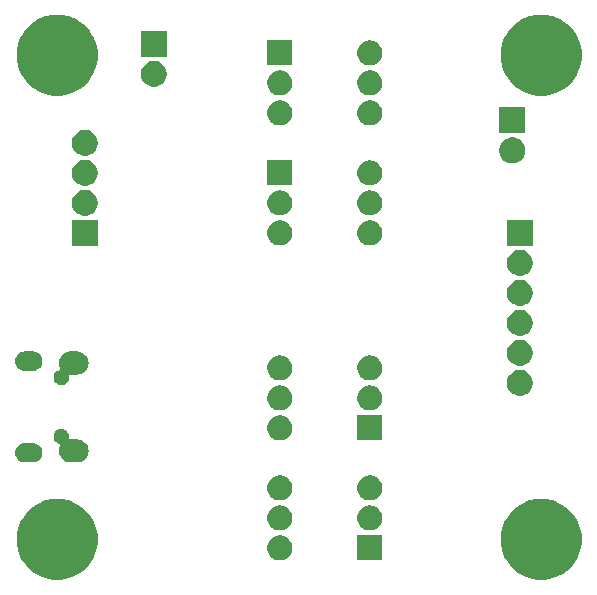
<source format=gbr>
G04 #@! TF.GenerationSoftware,KiCad,Pcbnew,(5.1.5)-3*
G04 #@! TF.CreationDate,2020-05-30T09:53:05-04:00*
G04 #@! TF.ProjectId,OptoUSB,4f70746f-5553-4422-9e6b-696361645f70,rev?*
G04 #@! TF.SameCoordinates,Original*
G04 #@! TF.FileFunction,Soldermask,Bot*
G04 #@! TF.FilePolarity,Negative*
%FSLAX46Y46*%
G04 Gerber Fmt 4.6, Leading zero omitted, Abs format (unit mm)*
G04 Created by KiCad (PCBNEW (5.1.5)-3) date 2020-05-30 09:53:05*
%MOMM*%
%LPD*%
G04 APERTURE LIST*
%ADD10C,0.150000*%
G04 APERTURE END LIST*
D10*
G36*
X46000201Y-41702774D02*
G01*
X46624239Y-41961259D01*
X46624240Y-41961260D01*
X47185860Y-42336522D01*
X47663478Y-42814140D01*
X47838573Y-43076189D01*
X48038741Y-43375761D01*
X48297226Y-43999799D01*
X48429000Y-44662272D01*
X48429000Y-45337728D01*
X48297226Y-46000201D01*
X48038741Y-46624239D01*
X48018826Y-46654044D01*
X47663478Y-47185860D01*
X47185860Y-47663478D01*
X46810597Y-47914220D01*
X46624239Y-48038741D01*
X46000201Y-48297226D01*
X45337728Y-48429000D01*
X44662272Y-48429000D01*
X43999799Y-48297226D01*
X43375761Y-48038741D01*
X43189403Y-47914220D01*
X42814140Y-47663478D01*
X42336522Y-47185860D01*
X41981174Y-46654044D01*
X41961259Y-46624239D01*
X41702774Y-46000201D01*
X41571000Y-45337728D01*
X41571000Y-44662272D01*
X41702774Y-43999799D01*
X41961259Y-43375761D01*
X42161427Y-43076189D01*
X42336522Y-42814140D01*
X42814140Y-42336522D01*
X43375760Y-41961260D01*
X43375761Y-41961259D01*
X43999799Y-41702774D01*
X44662272Y-41571000D01*
X45337728Y-41571000D01*
X46000201Y-41702774D01*
G37*
G36*
X5000201Y-41702774D02*
G01*
X5624239Y-41961259D01*
X5624240Y-41961260D01*
X6185860Y-42336522D01*
X6663478Y-42814140D01*
X6838573Y-43076189D01*
X7038741Y-43375761D01*
X7297226Y-43999799D01*
X7429000Y-44662272D01*
X7429000Y-45337728D01*
X7297226Y-46000201D01*
X7038741Y-46624239D01*
X7018826Y-46654044D01*
X6663478Y-47185860D01*
X6185860Y-47663478D01*
X5810597Y-47914220D01*
X5624239Y-48038741D01*
X5000201Y-48297226D01*
X4337728Y-48429000D01*
X3662272Y-48429000D01*
X2999799Y-48297226D01*
X2375761Y-48038741D01*
X2189403Y-47914220D01*
X1814140Y-47663478D01*
X1336522Y-47185860D01*
X981174Y-46654044D01*
X961259Y-46624239D01*
X702774Y-46000201D01*
X571000Y-45337728D01*
X571000Y-44662272D01*
X702774Y-43999799D01*
X961259Y-43375761D01*
X1161427Y-43076189D01*
X1336522Y-42814140D01*
X1814140Y-42336522D01*
X2375760Y-41961260D01*
X2375761Y-41961259D01*
X2999799Y-41702774D01*
X3662272Y-41571000D01*
X4337728Y-41571000D01*
X5000201Y-41702774D01*
G37*
G36*
X31534000Y-46774000D02*
G01*
X29426000Y-46774000D01*
X29426000Y-44666000D01*
X31534000Y-44666000D01*
X31534000Y-46774000D01*
G37*
G36*
X23167441Y-44706504D02*
G01*
X23246893Y-44739414D01*
X23359255Y-44785956D01*
X23531885Y-44901304D01*
X23678696Y-45048115D01*
X23794044Y-45220745D01*
X23873496Y-45412560D01*
X23914000Y-45616189D01*
X23914000Y-45823811D01*
X23873496Y-46027440D01*
X23794044Y-46219255D01*
X23678696Y-46391885D01*
X23531885Y-46538696D01*
X23359255Y-46654044D01*
X23246893Y-46700586D01*
X23167441Y-46733496D01*
X23065625Y-46753748D01*
X22963811Y-46774000D01*
X22756189Y-46774000D01*
X22654375Y-46753748D01*
X22552559Y-46733496D01*
X22473107Y-46700586D01*
X22360745Y-46654044D01*
X22188115Y-46538696D01*
X22041304Y-46391885D01*
X21925956Y-46219255D01*
X21846504Y-46027440D01*
X21806000Y-45823811D01*
X21806000Y-45616189D01*
X21846504Y-45412560D01*
X21925956Y-45220745D01*
X22041304Y-45048115D01*
X22188115Y-44901304D01*
X22360745Y-44785956D01*
X22473107Y-44739414D01*
X22552559Y-44706504D01*
X22756189Y-44666000D01*
X22963811Y-44666000D01*
X23167441Y-44706504D01*
G37*
G36*
X30685625Y-42146252D02*
G01*
X30787441Y-42166504D01*
X30866893Y-42199414D01*
X30979255Y-42245956D01*
X31151885Y-42361304D01*
X31298696Y-42508115D01*
X31414044Y-42680745D01*
X31493496Y-42872560D01*
X31534000Y-43076189D01*
X31534000Y-43283811D01*
X31493496Y-43487440D01*
X31414044Y-43679255D01*
X31298696Y-43851885D01*
X31151885Y-43998696D01*
X30979255Y-44114044D01*
X30866893Y-44160586D01*
X30787441Y-44193496D01*
X30583811Y-44234000D01*
X30376189Y-44234000D01*
X30172559Y-44193496D01*
X30093107Y-44160586D01*
X29980745Y-44114044D01*
X29808115Y-43998696D01*
X29661304Y-43851885D01*
X29545956Y-43679255D01*
X29466504Y-43487440D01*
X29426000Y-43283811D01*
X29426000Y-43076189D01*
X29466504Y-42872560D01*
X29545956Y-42680745D01*
X29661304Y-42508115D01*
X29808115Y-42361304D01*
X29980745Y-42245956D01*
X30093107Y-42199414D01*
X30172559Y-42166504D01*
X30274375Y-42146252D01*
X30376189Y-42126000D01*
X30583811Y-42126000D01*
X30685625Y-42146252D01*
G37*
G36*
X23065625Y-42146252D02*
G01*
X23167441Y-42166504D01*
X23246893Y-42199414D01*
X23359255Y-42245956D01*
X23531885Y-42361304D01*
X23678696Y-42508115D01*
X23794044Y-42680745D01*
X23873496Y-42872560D01*
X23914000Y-43076189D01*
X23914000Y-43283811D01*
X23873496Y-43487440D01*
X23794044Y-43679255D01*
X23678696Y-43851885D01*
X23531885Y-43998696D01*
X23359255Y-44114044D01*
X23246893Y-44160586D01*
X23167441Y-44193496D01*
X22963811Y-44234000D01*
X22756189Y-44234000D01*
X22552559Y-44193496D01*
X22473107Y-44160586D01*
X22360745Y-44114044D01*
X22188115Y-43998696D01*
X22041304Y-43851885D01*
X21925956Y-43679255D01*
X21846504Y-43487440D01*
X21806000Y-43283811D01*
X21806000Y-43076189D01*
X21846504Y-42872560D01*
X21925956Y-42680745D01*
X22041304Y-42508115D01*
X22188115Y-42361304D01*
X22360745Y-42245956D01*
X22473107Y-42199414D01*
X22552559Y-42166504D01*
X22654375Y-42146252D01*
X22756189Y-42126000D01*
X22963811Y-42126000D01*
X23065625Y-42146252D01*
G37*
G36*
X30787441Y-39626504D02*
G01*
X30866893Y-39659414D01*
X30979255Y-39705956D01*
X31151885Y-39821304D01*
X31298696Y-39968115D01*
X31414044Y-40140745D01*
X31493496Y-40332560D01*
X31534000Y-40536189D01*
X31534000Y-40743811D01*
X31493496Y-40947440D01*
X31414044Y-41139255D01*
X31298696Y-41311885D01*
X31151885Y-41458696D01*
X30979255Y-41574044D01*
X30866893Y-41620586D01*
X30787441Y-41653496D01*
X30685625Y-41673748D01*
X30583811Y-41694000D01*
X30376189Y-41694000D01*
X30274375Y-41673748D01*
X30172559Y-41653496D01*
X30093107Y-41620586D01*
X29980745Y-41574044D01*
X29808115Y-41458696D01*
X29661304Y-41311885D01*
X29545956Y-41139255D01*
X29466504Y-40947440D01*
X29426000Y-40743811D01*
X29426000Y-40536189D01*
X29466504Y-40332560D01*
X29545956Y-40140745D01*
X29661304Y-39968115D01*
X29808115Y-39821304D01*
X29980745Y-39705956D01*
X30093107Y-39659414D01*
X30172559Y-39626504D01*
X30376189Y-39586000D01*
X30583811Y-39586000D01*
X30787441Y-39626504D01*
G37*
G36*
X23167441Y-39626504D02*
G01*
X23246893Y-39659414D01*
X23359255Y-39705956D01*
X23531885Y-39821304D01*
X23678696Y-39968115D01*
X23794044Y-40140745D01*
X23873496Y-40332560D01*
X23914000Y-40536189D01*
X23914000Y-40743811D01*
X23873496Y-40947440D01*
X23794044Y-41139255D01*
X23678696Y-41311885D01*
X23531885Y-41458696D01*
X23359255Y-41574044D01*
X23246893Y-41620586D01*
X23167441Y-41653496D01*
X23065625Y-41673748D01*
X22963811Y-41694000D01*
X22756189Y-41694000D01*
X22654375Y-41673748D01*
X22552559Y-41653496D01*
X22473107Y-41620586D01*
X22360745Y-41574044D01*
X22188115Y-41458696D01*
X22041304Y-41311885D01*
X21925956Y-41139255D01*
X21846504Y-40947440D01*
X21806000Y-40743811D01*
X21806000Y-40536189D01*
X21846504Y-40332560D01*
X21925956Y-40140745D01*
X22041304Y-39968115D01*
X22188115Y-39821304D01*
X22360745Y-39705956D01*
X22473107Y-39659414D01*
X22552559Y-39626504D01*
X22756189Y-39586000D01*
X22963811Y-39586000D01*
X23167441Y-39626504D01*
G37*
G36*
X2093512Y-36839995D02*
G01*
X2249780Y-36887398D01*
X2393796Y-36964377D01*
X2520028Y-37067972D01*
X2623623Y-37194204D01*
X2700602Y-37338220D01*
X2748005Y-37494488D01*
X2764011Y-37657000D01*
X2748005Y-37819512D01*
X2700602Y-37975780D01*
X2623623Y-38119796D01*
X2520028Y-38246028D01*
X2393796Y-38349623D01*
X2249780Y-38426602D01*
X2093512Y-38474005D01*
X1971724Y-38486000D01*
X1240276Y-38486000D01*
X1118488Y-38474005D01*
X962220Y-38426602D01*
X818204Y-38349623D01*
X691972Y-38246028D01*
X588377Y-38119796D01*
X511398Y-37975780D01*
X463995Y-37819512D01*
X447989Y-37657000D01*
X463995Y-37494488D01*
X511398Y-37338220D01*
X588377Y-37194204D01*
X691972Y-37067972D01*
X818204Y-36964377D01*
X962220Y-36887398D01*
X1118488Y-36839995D01*
X1240276Y-36828000D01*
X1971724Y-36828000D01*
X2093512Y-36839995D01*
G37*
G36*
X4483589Y-35640566D02*
G01*
X4546765Y-35653133D01*
X4596064Y-35673553D01*
X4665784Y-35702432D01*
X4772900Y-35774005D01*
X4863995Y-35865100D01*
X4935568Y-35972216D01*
X4984867Y-36091236D01*
X5010000Y-36217586D01*
X5010000Y-36346415D01*
X5003595Y-36378615D01*
X5001193Y-36403001D01*
X5003595Y-36427387D01*
X5010708Y-36450836D01*
X5022259Y-36472447D01*
X5037804Y-36491389D01*
X5056746Y-36506934D01*
X5078357Y-36518485D01*
X5101806Y-36525598D01*
X5126192Y-36528000D01*
X5729087Y-36528000D01*
X5777030Y-36532722D01*
X5872917Y-36542166D01*
X5995945Y-36579486D01*
X6057460Y-36598146D01*
X6087120Y-36614000D01*
X6227534Y-36689053D01*
X6227536Y-36689054D01*
X6227535Y-36689054D01*
X6376607Y-36811393D01*
X6498946Y-36960465D01*
X6589854Y-37130540D01*
X6589854Y-37130541D01*
X6645834Y-37315083D01*
X6664736Y-37507000D01*
X6645834Y-37698917D01*
X6609253Y-37819510D01*
X6589854Y-37883460D01*
X6498946Y-38053535D01*
X6376607Y-38202607D01*
X6240900Y-38313977D01*
X6227534Y-38324947D01*
X6181368Y-38349623D01*
X6057460Y-38415854D01*
X5995945Y-38434514D01*
X5872917Y-38471834D01*
X5777030Y-38481278D01*
X5729087Y-38486000D01*
X5082913Y-38486000D01*
X5034970Y-38481278D01*
X4939083Y-38471834D01*
X4816055Y-38434514D01*
X4754540Y-38415854D01*
X4630632Y-38349623D01*
X4584466Y-38324947D01*
X4571100Y-38313977D01*
X4435393Y-38202607D01*
X4313054Y-38053535D01*
X4222146Y-37883460D01*
X4202747Y-37819510D01*
X4166166Y-37698917D01*
X4147264Y-37507000D01*
X4166166Y-37315083D01*
X4222146Y-37130541D01*
X4222147Y-37130537D01*
X4243360Y-37090851D01*
X4252738Y-37068212D01*
X4257518Y-37044179D01*
X4257518Y-37019675D01*
X4252738Y-36995642D01*
X4243360Y-36973003D01*
X4229747Y-36952629D01*
X4212420Y-36935302D01*
X4192045Y-36921688D01*
X4176397Y-36916089D01*
X4176609Y-36915578D01*
X4165236Y-36910867D01*
X4165235Y-36910867D01*
X4133045Y-36897533D01*
X4046216Y-36861568D01*
X3939100Y-36789995D01*
X3848005Y-36698900D01*
X3776432Y-36591784D01*
X3735947Y-36494043D01*
X3727133Y-36472765D01*
X3702000Y-36346413D01*
X3702000Y-36217587D01*
X3727133Y-36091235D01*
X3747553Y-36041936D01*
X3776432Y-35972216D01*
X3848005Y-35865100D01*
X3939100Y-35774005D01*
X4046216Y-35702432D01*
X4115936Y-35673553D01*
X4165235Y-35653133D01*
X4228411Y-35640566D01*
X4291586Y-35628000D01*
X4420414Y-35628000D01*
X4483589Y-35640566D01*
G37*
G36*
X23167441Y-34546504D02*
G01*
X23246893Y-34579414D01*
X23359255Y-34625956D01*
X23531885Y-34741304D01*
X23678696Y-34888115D01*
X23794044Y-35060745D01*
X23840586Y-35173107D01*
X23873496Y-35252559D01*
X23914000Y-35456190D01*
X23914000Y-35663810D01*
X23873962Y-35865100D01*
X23873496Y-35867440D01*
X23794044Y-36059255D01*
X23678696Y-36231885D01*
X23531885Y-36378696D01*
X23359255Y-36494044D01*
X23246893Y-36540586D01*
X23167441Y-36573496D01*
X23075499Y-36591784D01*
X22963811Y-36614000D01*
X22756189Y-36614000D01*
X22644501Y-36591784D01*
X22552559Y-36573496D01*
X22473107Y-36540586D01*
X22360745Y-36494044D01*
X22188115Y-36378696D01*
X22041304Y-36231885D01*
X21925956Y-36059255D01*
X21846504Y-35867440D01*
X21846039Y-35865100D01*
X21806000Y-35663810D01*
X21806000Y-35456190D01*
X21846504Y-35252559D01*
X21879414Y-35173107D01*
X21925956Y-35060745D01*
X22041304Y-34888115D01*
X22188115Y-34741304D01*
X22360745Y-34625956D01*
X22473107Y-34579414D01*
X22552559Y-34546504D01*
X22756189Y-34506000D01*
X22963811Y-34506000D01*
X23167441Y-34546504D01*
G37*
G36*
X31534000Y-36614000D02*
G01*
X29426000Y-36614000D01*
X29426000Y-34506000D01*
X31534000Y-34506000D01*
X31534000Y-36614000D01*
G37*
G36*
X23065625Y-31986252D02*
G01*
X23167441Y-32006504D01*
X23246893Y-32039414D01*
X23359255Y-32085956D01*
X23531885Y-32201304D01*
X23678696Y-32348115D01*
X23794044Y-32520745D01*
X23829993Y-32607534D01*
X23873496Y-32712559D01*
X23893191Y-32811574D01*
X23914000Y-32916189D01*
X23914000Y-33123811D01*
X23873496Y-33327440D01*
X23794044Y-33519255D01*
X23678696Y-33691885D01*
X23531885Y-33838696D01*
X23359255Y-33954044D01*
X23246893Y-34000586D01*
X23167441Y-34033496D01*
X22963811Y-34074000D01*
X22756189Y-34074000D01*
X22552559Y-34033496D01*
X22473107Y-34000586D01*
X22360745Y-33954044D01*
X22188115Y-33838696D01*
X22041304Y-33691885D01*
X21925956Y-33519255D01*
X21846504Y-33327440D01*
X21806000Y-33123811D01*
X21806000Y-32916189D01*
X21826809Y-32811574D01*
X21846504Y-32712559D01*
X21890007Y-32607534D01*
X21925956Y-32520745D01*
X22041304Y-32348115D01*
X22188115Y-32201304D01*
X22360745Y-32085956D01*
X22473107Y-32039414D01*
X22552559Y-32006504D01*
X22654375Y-31986252D01*
X22756189Y-31966000D01*
X22963811Y-31966000D01*
X23065625Y-31986252D01*
G37*
G36*
X30685625Y-31986252D02*
G01*
X30787441Y-32006504D01*
X30866893Y-32039414D01*
X30979255Y-32085956D01*
X31151885Y-32201304D01*
X31298696Y-32348115D01*
X31414044Y-32520745D01*
X31449993Y-32607534D01*
X31493496Y-32712559D01*
X31513191Y-32811574D01*
X31534000Y-32916189D01*
X31534000Y-33123811D01*
X31493496Y-33327440D01*
X31414044Y-33519255D01*
X31298696Y-33691885D01*
X31151885Y-33838696D01*
X30979255Y-33954044D01*
X30866893Y-34000586D01*
X30787441Y-34033496D01*
X30583811Y-34074000D01*
X30376189Y-34074000D01*
X30172559Y-34033496D01*
X30093107Y-34000586D01*
X29980745Y-33954044D01*
X29808115Y-33838696D01*
X29661304Y-33691885D01*
X29545956Y-33519255D01*
X29466504Y-33327440D01*
X29426000Y-33123811D01*
X29426000Y-32916189D01*
X29446809Y-32811574D01*
X29466504Y-32712559D01*
X29510007Y-32607534D01*
X29545956Y-32520745D01*
X29661304Y-32348115D01*
X29808115Y-32201304D01*
X29980745Y-32085956D01*
X30093107Y-32039414D01*
X30172559Y-32006504D01*
X30274375Y-31986252D01*
X30376189Y-31966000D01*
X30583811Y-31966000D01*
X30685625Y-31986252D01*
G37*
G36*
X43502024Y-30688425D02*
G01*
X43702939Y-30771647D01*
X43726576Y-30787441D01*
X43883759Y-30892467D01*
X44037533Y-31046241D01*
X44067809Y-31091553D01*
X44158353Y-31227061D01*
X44241575Y-31427976D01*
X44284000Y-31641264D01*
X44284000Y-31858736D01*
X44241575Y-32072024D01*
X44158353Y-32272939D01*
X44158352Y-32272940D01*
X44037533Y-32453759D01*
X43883759Y-32607533D01*
X43792735Y-32668353D01*
X43702939Y-32728353D01*
X43502024Y-32811575D01*
X43288736Y-32854000D01*
X43071264Y-32854000D01*
X42857976Y-32811575D01*
X42657061Y-32728353D01*
X42567265Y-32668353D01*
X42476241Y-32607533D01*
X42322467Y-32453759D01*
X42201648Y-32272940D01*
X42201647Y-32272939D01*
X42118425Y-32072024D01*
X42076000Y-31858736D01*
X42076000Y-31641264D01*
X42118425Y-31427976D01*
X42201647Y-31227061D01*
X42292191Y-31091553D01*
X42322467Y-31046241D01*
X42476241Y-30892467D01*
X42633424Y-30787441D01*
X42657061Y-30771647D01*
X42857976Y-30688425D01*
X43071264Y-30646000D01*
X43288736Y-30646000D01*
X43502024Y-30688425D01*
G37*
G36*
X5777030Y-29082722D02*
G01*
X5872917Y-29092166D01*
X5995945Y-29129486D01*
X6057460Y-29148146D01*
X6148367Y-29196737D01*
X6227534Y-29239053D01*
X6227536Y-29239054D01*
X6227535Y-29239054D01*
X6376607Y-29361393D01*
X6487977Y-29497100D01*
X6498947Y-29510466D01*
X6517917Y-29545956D01*
X6589854Y-29680540D01*
X6589854Y-29680541D01*
X6645834Y-29865083D01*
X6664736Y-30057000D01*
X6645834Y-30248917D01*
X6626091Y-30314000D01*
X6589854Y-30433460D01*
X6556411Y-30496026D01*
X6509490Y-30583810D01*
X6498946Y-30603535D01*
X6376607Y-30752607D01*
X6240901Y-30863977D01*
X6227534Y-30874947D01*
X6194758Y-30892466D01*
X6057460Y-30965854D01*
X5995945Y-30984514D01*
X5872917Y-31021834D01*
X5777030Y-31031278D01*
X5729087Y-31036000D01*
X5126192Y-31036000D01*
X5101806Y-31038402D01*
X5078357Y-31045515D01*
X5056746Y-31057066D01*
X5037804Y-31072611D01*
X5022259Y-31091553D01*
X5010708Y-31113164D01*
X5003595Y-31136613D01*
X5001193Y-31160999D01*
X5003595Y-31185385D01*
X5010000Y-31217585D01*
X5010000Y-31346414D01*
X4984867Y-31472764D01*
X4935568Y-31591784D01*
X4863995Y-31698900D01*
X4772900Y-31789995D01*
X4665784Y-31861568D01*
X4596064Y-31890447D01*
X4546765Y-31910867D01*
X4483589Y-31923434D01*
X4420414Y-31936000D01*
X4291586Y-31936000D01*
X4228411Y-31923434D01*
X4165235Y-31910867D01*
X4115936Y-31890447D01*
X4046216Y-31861568D01*
X3939100Y-31789995D01*
X3848005Y-31698900D01*
X3776432Y-31591784D01*
X3727133Y-31472764D01*
X3702000Y-31346414D01*
X3702000Y-31217586D01*
X3727133Y-31091236D01*
X3734848Y-31072611D01*
X3755880Y-31021834D01*
X3776432Y-30972216D01*
X3848005Y-30865100D01*
X3939100Y-30774005D01*
X4046216Y-30702432D01*
X4172519Y-30650116D01*
X4180964Y-30647554D01*
X4202574Y-30636001D01*
X4221515Y-30620454D01*
X4237059Y-30601511D01*
X4248608Y-30579900D01*
X4255720Y-30556450D01*
X4258120Y-30532064D01*
X4255716Y-30507678D01*
X4243360Y-30473149D01*
X4222147Y-30433463D01*
X4185909Y-30314000D01*
X4166166Y-30248917D01*
X4147264Y-30057000D01*
X4166166Y-29865083D01*
X4222146Y-29680541D01*
X4222146Y-29680540D01*
X4294083Y-29545956D01*
X4313053Y-29510466D01*
X4324023Y-29497100D01*
X4435393Y-29361393D01*
X4584465Y-29239054D01*
X4584464Y-29239054D01*
X4584466Y-29239053D01*
X4663633Y-29196737D01*
X4754540Y-29148146D01*
X4816055Y-29129486D01*
X4939083Y-29092166D01*
X5034970Y-29082722D01*
X5082913Y-29078000D01*
X5729087Y-29078000D01*
X5777030Y-29082722D01*
G37*
G36*
X30685625Y-29446252D02*
G01*
X30787441Y-29466504D01*
X30866893Y-29499414D01*
X30979255Y-29545956D01*
X31151885Y-29661304D01*
X31298696Y-29808115D01*
X31414044Y-29980745D01*
X31449993Y-30067534D01*
X31493496Y-30172559D01*
X31534000Y-30376190D01*
X31534000Y-30583810D01*
X31496169Y-30774005D01*
X31493496Y-30787440D01*
X31414044Y-30979255D01*
X31298696Y-31151885D01*
X31151885Y-31298696D01*
X30979255Y-31414044D01*
X30866893Y-31460586D01*
X30787441Y-31493496D01*
X30685625Y-31513748D01*
X30583811Y-31534000D01*
X30376189Y-31534000D01*
X30274375Y-31513748D01*
X30172559Y-31493496D01*
X30093107Y-31460586D01*
X29980745Y-31414044D01*
X29808115Y-31298696D01*
X29661304Y-31151885D01*
X29545956Y-30979255D01*
X29466504Y-30787440D01*
X29463832Y-30774005D01*
X29426000Y-30583810D01*
X29426000Y-30376190D01*
X29466504Y-30172559D01*
X29510007Y-30067534D01*
X29545956Y-29980745D01*
X29661304Y-29808115D01*
X29808115Y-29661304D01*
X29980745Y-29545956D01*
X30093107Y-29499414D01*
X30172559Y-29466504D01*
X30274375Y-29446252D01*
X30376189Y-29426000D01*
X30583811Y-29426000D01*
X30685625Y-29446252D01*
G37*
G36*
X23065625Y-29446252D02*
G01*
X23167441Y-29466504D01*
X23246893Y-29499414D01*
X23359255Y-29545956D01*
X23531885Y-29661304D01*
X23678696Y-29808115D01*
X23794044Y-29980745D01*
X23829993Y-30067534D01*
X23873496Y-30172559D01*
X23914000Y-30376190D01*
X23914000Y-30583810D01*
X23876169Y-30774005D01*
X23873496Y-30787440D01*
X23794044Y-30979255D01*
X23678696Y-31151885D01*
X23531885Y-31298696D01*
X23359255Y-31414044D01*
X23246893Y-31460586D01*
X23167441Y-31493496D01*
X23065625Y-31513748D01*
X22963811Y-31534000D01*
X22756189Y-31534000D01*
X22654375Y-31513748D01*
X22552559Y-31493496D01*
X22473107Y-31460586D01*
X22360745Y-31414044D01*
X22188115Y-31298696D01*
X22041304Y-31151885D01*
X21925956Y-30979255D01*
X21846504Y-30787440D01*
X21843832Y-30774005D01*
X21806000Y-30583810D01*
X21806000Y-30376190D01*
X21846504Y-30172559D01*
X21890007Y-30067534D01*
X21925956Y-29980745D01*
X22041304Y-29808115D01*
X22188115Y-29661304D01*
X22360745Y-29545956D01*
X22473107Y-29499414D01*
X22552559Y-29466504D01*
X22654375Y-29446252D01*
X22756189Y-29426000D01*
X22963811Y-29426000D01*
X23065625Y-29446252D01*
G37*
G36*
X2093512Y-29089995D02*
G01*
X2249780Y-29137398D01*
X2393796Y-29214377D01*
X2520028Y-29317972D01*
X2623623Y-29444204D01*
X2700602Y-29588220D01*
X2748005Y-29744488D01*
X2764011Y-29907000D01*
X2748005Y-30069512D01*
X2700602Y-30225780D01*
X2623623Y-30369796D01*
X2520028Y-30496028D01*
X2393796Y-30599623D01*
X2249780Y-30676602D01*
X2093512Y-30724005D01*
X1971724Y-30736000D01*
X1240276Y-30736000D01*
X1118488Y-30724005D01*
X962220Y-30676602D01*
X818204Y-30599623D01*
X691972Y-30496028D01*
X588377Y-30369796D01*
X511398Y-30225780D01*
X463995Y-30069512D01*
X447989Y-29907000D01*
X463995Y-29744488D01*
X511398Y-29588220D01*
X588377Y-29444204D01*
X691972Y-29317972D01*
X818204Y-29214377D01*
X962220Y-29137398D01*
X1118488Y-29089995D01*
X1240276Y-29078000D01*
X1971724Y-29078000D01*
X2093512Y-29089995D01*
G37*
G36*
X43502024Y-28148425D02*
G01*
X43702939Y-28231647D01*
X43702940Y-28231648D01*
X43883759Y-28352467D01*
X44037533Y-28506241D01*
X44037534Y-28506243D01*
X44158353Y-28687061D01*
X44241575Y-28887976D01*
X44284000Y-29101264D01*
X44284000Y-29318736D01*
X44241575Y-29532024D01*
X44158353Y-29732939D01*
X44158352Y-29732940D01*
X44037533Y-29913759D01*
X43883759Y-30067533D01*
X43880800Y-30069510D01*
X43702939Y-30188353D01*
X43502024Y-30271575D01*
X43288736Y-30314000D01*
X43071264Y-30314000D01*
X42857976Y-30271575D01*
X42657061Y-30188353D01*
X42479200Y-30069510D01*
X42476241Y-30067533D01*
X42322467Y-29913759D01*
X42201648Y-29732940D01*
X42201647Y-29732939D01*
X42118425Y-29532024D01*
X42076000Y-29318736D01*
X42076000Y-29101264D01*
X42118425Y-28887976D01*
X42201647Y-28687061D01*
X42322466Y-28506243D01*
X42322467Y-28506241D01*
X42476241Y-28352467D01*
X42657060Y-28231648D01*
X42657061Y-28231647D01*
X42857976Y-28148425D01*
X43071264Y-28106000D01*
X43288736Y-28106000D01*
X43502024Y-28148425D01*
G37*
G36*
X43502024Y-25608425D02*
G01*
X43702939Y-25691647D01*
X43702940Y-25691648D01*
X43883759Y-25812467D01*
X44037533Y-25966241D01*
X44037534Y-25966243D01*
X44158353Y-26147061D01*
X44241575Y-26347976D01*
X44284000Y-26561264D01*
X44284000Y-26778736D01*
X44241575Y-26992024D01*
X44158353Y-27192939D01*
X44158352Y-27192940D01*
X44037533Y-27373759D01*
X43883759Y-27527533D01*
X43792735Y-27588353D01*
X43702939Y-27648353D01*
X43502024Y-27731575D01*
X43288736Y-27774000D01*
X43071264Y-27774000D01*
X42857976Y-27731575D01*
X42657061Y-27648353D01*
X42567265Y-27588353D01*
X42476241Y-27527533D01*
X42322467Y-27373759D01*
X42201648Y-27192940D01*
X42201647Y-27192939D01*
X42118425Y-26992024D01*
X42076000Y-26778736D01*
X42076000Y-26561264D01*
X42118425Y-26347976D01*
X42201647Y-26147061D01*
X42322466Y-25966243D01*
X42322467Y-25966241D01*
X42476241Y-25812467D01*
X42657060Y-25691648D01*
X42657061Y-25691647D01*
X42857976Y-25608425D01*
X43071264Y-25566000D01*
X43288736Y-25566000D01*
X43502024Y-25608425D01*
G37*
G36*
X43502024Y-23068425D02*
G01*
X43702939Y-23151647D01*
X43702940Y-23151648D01*
X43883759Y-23272467D01*
X44037533Y-23426241D01*
X44037534Y-23426243D01*
X44158353Y-23607061D01*
X44241575Y-23807976D01*
X44284000Y-24021264D01*
X44284000Y-24238736D01*
X44241575Y-24452024D01*
X44158353Y-24652939D01*
X44158352Y-24652940D01*
X44037533Y-24833759D01*
X43883759Y-24987533D01*
X43792735Y-25048353D01*
X43702939Y-25108353D01*
X43502024Y-25191575D01*
X43288736Y-25234000D01*
X43071264Y-25234000D01*
X42857976Y-25191575D01*
X42657061Y-25108353D01*
X42567265Y-25048353D01*
X42476241Y-24987533D01*
X42322467Y-24833759D01*
X42201648Y-24652940D01*
X42201647Y-24652939D01*
X42118425Y-24452024D01*
X42076000Y-24238736D01*
X42076000Y-24021264D01*
X42118425Y-23807976D01*
X42201647Y-23607061D01*
X42322466Y-23426243D01*
X42322467Y-23426241D01*
X42476241Y-23272467D01*
X42657060Y-23151648D01*
X42657061Y-23151647D01*
X42857976Y-23068425D01*
X43071264Y-23026000D01*
X43288736Y-23026000D01*
X43502024Y-23068425D01*
G37*
G36*
X43502024Y-20528425D02*
G01*
X43702939Y-20611647D01*
X43702940Y-20611648D01*
X43883759Y-20732467D01*
X44037533Y-20886241D01*
X44037534Y-20886243D01*
X44158353Y-21067061D01*
X44241575Y-21267976D01*
X44284000Y-21481264D01*
X44284000Y-21698736D01*
X44241575Y-21912024D01*
X44158353Y-22112939D01*
X44158352Y-22112940D01*
X44037533Y-22293759D01*
X43883759Y-22447533D01*
X43792735Y-22508353D01*
X43702939Y-22568353D01*
X43502024Y-22651575D01*
X43288736Y-22694000D01*
X43071264Y-22694000D01*
X42857976Y-22651575D01*
X42657061Y-22568353D01*
X42567265Y-22508353D01*
X42476241Y-22447533D01*
X42322467Y-22293759D01*
X42201648Y-22112940D01*
X42201647Y-22112939D01*
X42118425Y-21912024D01*
X42076000Y-21698736D01*
X42076000Y-21481264D01*
X42118425Y-21267976D01*
X42201647Y-21067061D01*
X42322466Y-20886243D01*
X42322467Y-20886241D01*
X42476241Y-20732467D01*
X42657060Y-20611648D01*
X42657061Y-20611647D01*
X42857976Y-20528425D01*
X43071264Y-20486000D01*
X43288736Y-20486000D01*
X43502024Y-20528425D01*
G37*
G36*
X7454000Y-20154000D02*
G01*
X5246000Y-20154000D01*
X5246000Y-17946000D01*
X7454000Y-17946000D01*
X7454000Y-20154000D01*
G37*
G36*
X44284000Y-20154000D02*
G01*
X42076000Y-20154000D01*
X42076000Y-17946000D01*
X44284000Y-17946000D01*
X44284000Y-20154000D01*
G37*
G36*
X23167441Y-18036504D02*
G01*
X23246893Y-18069414D01*
X23359255Y-18115956D01*
X23531885Y-18231304D01*
X23678696Y-18378115D01*
X23794044Y-18550745D01*
X23873496Y-18742560D01*
X23914000Y-18946189D01*
X23914000Y-19153811D01*
X23873496Y-19357440D01*
X23794044Y-19549255D01*
X23678696Y-19721885D01*
X23531885Y-19868696D01*
X23359255Y-19984044D01*
X23246893Y-20030586D01*
X23167441Y-20063496D01*
X23065625Y-20083748D01*
X22963811Y-20104000D01*
X22756189Y-20104000D01*
X22654375Y-20083748D01*
X22552559Y-20063496D01*
X22473107Y-20030586D01*
X22360745Y-19984044D01*
X22188115Y-19868696D01*
X22041304Y-19721885D01*
X21925956Y-19549255D01*
X21846504Y-19357440D01*
X21806000Y-19153811D01*
X21806000Y-18946189D01*
X21846504Y-18742560D01*
X21925956Y-18550745D01*
X22041304Y-18378115D01*
X22188115Y-18231304D01*
X22360745Y-18115956D01*
X22473107Y-18069414D01*
X22552559Y-18036504D01*
X22756189Y-17996000D01*
X22963811Y-17996000D01*
X23167441Y-18036504D01*
G37*
G36*
X30787441Y-18036504D02*
G01*
X30866893Y-18069414D01*
X30979255Y-18115956D01*
X31151885Y-18231304D01*
X31298696Y-18378115D01*
X31414044Y-18550745D01*
X31493496Y-18742560D01*
X31534000Y-18946189D01*
X31534000Y-19153811D01*
X31493496Y-19357440D01*
X31414044Y-19549255D01*
X31298696Y-19721885D01*
X31151885Y-19868696D01*
X30979255Y-19984044D01*
X30866893Y-20030586D01*
X30787441Y-20063496D01*
X30685625Y-20083748D01*
X30583811Y-20104000D01*
X30376189Y-20104000D01*
X30274375Y-20083748D01*
X30172559Y-20063496D01*
X30093107Y-20030586D01*
X29980745Y-19984044D01*
X29808115Y-19868696D01*
X29661304Y-19721885D01*
X29545956Y-19549255D01*
X29466504Y-19357440D01*
X29426000Y-19153811D01*
X29426000Y-18946189D01*
X29466504Y-18742560D01*
X29545956Y-18550745D01*
X29661304Y-18378115D01*
X29808115Y-18231304D01*
X29980745Y-18115956D01*
X30093107Y-18069414D01*
X30172559Y-18036504D01*
X30376189Y-17996000D01*
X30583811Y-17996000D01*
X30787441Y-18036504D01*
G37*
G36*
X6672024Y-15448425D02*
G01*
X6872939Y-15531647D01*
X6872940Y-15531648D01*
X7053759Y-15652467D01*
X7207533Y-15806241D01*
X7207534Y-15806243D01*
X7328353Y-15987061D01*
X7411575Y-16187976D01*
X7454000Y-16401264D01*
X7454000Y-16618736D01*
X7411575Y-16832024D01*
X7328353Y-17032939D01*
X7328352Y-17032940D01*
X7207533Y-17213759D01*
X7053759Y-17367533D01*
X6962735Y-17428353D01*
X6872939Y-17488353D01*
X6672024Y-17571575D01*
X6458736Y-17614000D01*
X6241264Y-17614000D01*
X6027976Y-17571575D01*
X5827061Y-17488353D01*
X5737265Y-17428353D01*
X5646241Y-17367533D01*
X5492467Y-17213759D01*
X5371648Y-17032940D01*
X5371647Y-17032939D01*
X5288425Y-16832024D01*
X5246000Y-16618736D01*
X5246000Y-16401264D01*
X5288425Y-16187976D01*
X5371647Y-15987061D01*
X5492466Y-15806243D01*
X5492467Y-15806241D01*
X5646241Y-15652467D01*
X5827060Y-15531648D01*
X5827061Y-15531647D01*
X6027976Y-15448425D01*
X6241264Y-15406000D01*
X6458736Y-15406000D01*
X6672024Y-15448425D01*
G37*
G36*
X23065625Y-15476252D02*
G01*
X23167441Y-15496504D01*
X23246893Y-15529414D01*
X23359255Y-15575956D01*
X23531885Y-15691304D01*
X23678696Y-15838115D01*
X23794044Y-16010745D01*
X23873496Y-16202560D01*
X23914000Y-16406189D01*
X23914000Y-16613811D01*
X23873496Y-16817440D01*
X23794044Y-17009255D01*
X23678696Y-17181885D01*
X23531885Y-17328696D01*
X23359255Y-17444044D01*
X23252283Y-17488353D01*
X23167441Y-17523496D01*
X22963811Y-17564000D01*
X22756189Y-17564000D01*
X22552559Y-17523496D01*
X22467717Y-17488353D01*
X22360745Y-17444044D01*
X22188115Y-17328696D01*
X22041304Y-17181885D01*
X21925956Y-17009255D01*
X21846504Y-16817440D01*
X21806000Y-16613811D01*
X21806000Y-16406189D01*
X21846504Y-16202560D01*
X21925956Y-16010745D01*
X22041304Y-15838115D01*
X22188115Y-15691304D01*
X22360745Y-15575956D01*
X22473107Y-15529414D01*
X22552559Y-15496504D01*
X22654375Y-15476252D01*
X22756189Y-15456000D01*
X22963811Y-15456000D01*
X23065625Y-15476252D01*
G37*
G36*
X30685625Y-15476252D02*
G01*
X30787441Y-15496504D01*
X30866893Y-15529414D01*
X30979255Y-15575956D01*
X31151885Y-15691304D01*
X31298696Y-15838115D01*
X31414044Y-16010745D01*
X31493496Y-16202560D01*
X31534000Y-16406189D01*
X31534000Y-16613811D01*
X31493496Y-16817440D01*
X31414044Y-17009255D01*
X31298696Y-17181885D01*
X31151885Y-17328696D01*
X30979255Y-17444044D01*
X30872283Y-17488353D01*
X30787441Y-17523496D01*
X30583811Y-17564000D01*
X30376189Y-17564000D01*
X30172559Y-17523496D01*
X30087717Y-17488353D01*
X29980745Y-17444044D01*
X29808115Y-17328696D01*
X29661304Y-17181885D01*
X29545956Y-17009255D01*
X29466504Y-16817440D01*
X29426000Y-16613811D01*
X29426000Y-16406189D01*
X29466504Y-16202560D01*
X29545956Y-16010745D01*
X29661304Y-15838115D01*
X29808115Y-15691304D01*
X29980745Y-15575956D01*
X30093107Y-15529414D01*
X30172559Y-15496504D01*
X30274375Y-15476252D01*
X30376189Y-15456000D01*
X30583811Y-15456000D01*
X30685625Y-15476252D01*
G37*
G36*
X6672024Y-12908425D02*
G01*
X6872939Y-12991647D01*
X6872940Y-12991648D01*
X7053759Y-13112467D01*
X7207533Y-13266241D01*
X7207534Y-13266243D01*
X7328353Y-13447061D01*
X7411575Y-13647976D01*
X7454000Y-13861264D01*
X7454000Y-14078736D01*
X7411575Y-14292024D01*
X7328353Y-14492939D01*
X7328352Y-14492940D01*
X7207533Y-14673759D01*
X7053759Y-14827533D01*
X6962735Y-14888353D01*
X6872939Y-14948353D01*
X6672024Y-15031575D01*
X6458736Y-15074000D01*
X6241264Y-15074000D01*
X6027976Y-15031575D01*
X5827061Y-14948353D01*
X5737265Y-14888353D01*
X5646241Y-14827533D01*
X5492467Y-14673759D01*
X5371648Y-14492940D01*
X5371647Y-14492939D01*
X5288425Y-14292024D01*
X5246000Y-14078736D01*
X5246000Y-13861264D01*
X5288425Y-13647976D01*
X5371647Y-13447061D01*
X5492466Y-13266243D01*
X5492467Y-13266241D01*
X5646241Y-13112467D01*
X5827060Y-12991648D01*
X5827061Y-12991647D01*
X6027976Y-12908425D01*
X6241264Y-12866000D01*
X6458736Y-12866000D01*
X6672024Y-12908425D01*
G37*
G36*
X23914000Y-15024000D02*
G01*
X21806000Y-15024000D01*
X21806000Y-12916000D01*
X23914000Y-12916000D01*
X23914000Y-15024000D01*
G37*
G36*
X30685625Y-12936252D02*
G01*
X30787441Y-12956504D01*
X30866893Y-12989414D01*
X30979255Y-13035956D01*
X31151885Y-13151304D01*
X31298696Y-13298115D01*
X31414044Y-13470745D01*
X31493496Y-13662560D01*
X31534000Y-13866189D01*
X31534000Y-14073811D01*
X31493496Y-14277440D01*
X31414044Y-14469255D01*
X31298696Y-14641885D01*
X31151885Y-14788696D01*
X30979255Y-14904044D01*
X30872283Y-14948353D01*
X30787441Y-14983496D01*
X30583811Y-15024000D01*
X30376189Y-15024000D01*
X30172559Y-14983496D01*
X30087717Y-14948353D01*
X29980745Y-14904044D01*
X29808115Y-14788696D01*
X29661304Y-14641885D01*
X29545956Y-14469255D01*
X29466504Y-14277440D01*
X29426000Y-14073811D01*
X29426000Y-13866189D01*
X29466504Y-13662560D01*
X29545956Y-13470745D01*
X29661304Y-13298115D01*
X29808115Y-13151304D01*
X29980745Y-13035956D01*
X30093107Y-12989414D01*
X30172559Y-12956504D01*
X30376189Y-12916000D01*
X30583811Y-12916000D01*
X30685625Y-12936252D01*
G37*
G36*
X42867024Y-11003425D02*
G01*
X43067939Y-11086647D01*
X43099860Y-11107976D01*
X43248759Y-11207467D01*
X43402533Y-11361241D01*
X43402534Y-11361243D01*
X43523353Y-11542061D01*
X43606575Y-11742976D01*
X43649000Y-11956264D01*
X43649000Y-12173736D01*
X43606575Y-12387024D01*
X43523353Y-12587939D01*
X43523352Y-12587940D01*
X43402533Y-12768759D01*
X43248759Y-12922533D01*
X43157735Y-12983353D01*
X43067939Y-13043353D01*
X42867024Y-13126575D01*
X42653736Y-13169000D01*
X42436264Y-13169000D01*
X42222976Y-13126575D01*
X42022061Y-13043353D01*
X41932265Y-12983353D01*
X41841241Y-12922533D01*
X41687467Y-12768759D01*
X41566648Y-12587940D01*
X41566647Y-12587939D01*
X41483425Y-12387024D01*
X41441000Y-12173736D01*
X41441000Y-11956264D01*
X41483425Y-11742976D01*
X41566647Y-11542061D01*
X41687466Y-11361243D01*
X41687467Y-11361241D01*
X41841241Y-11207467D01*
X41990140Y-11107976D01*
X42022061Y-11086647D01*
X42222976Y-11003425D01*
X42436264Y-10961000D01*
X42653736Y-10961000D01*
X42867024Y-11003425D01*
G37*
G36*
X6672024Y-10368425D02*
G01*
X6872939Y-10451647D01*
X6872940Y-10451648D01*
X7053759Y-10572467D01*
X7207533Y-10726241D01*
X7207534Y-10726243D01*
X7328353Y-10907061D01*
X7411575Y-11107976D01*
X7454000Y-11321264D01*
X7454000Y-11538736D01*
X7411575Y-11752024D01*
X7328353Y-11952939D01*
X7268353Y-12042735D01*
X7207533Y-12133759D01*
X7053759Y-12287533D01*
X6962735Y-12348353D01*
X6872939Y-12408353D01*
X6672024Y-12491575D01*
X6458736Y-12534000D01*
X6241264Y-12534000D01*
X6027976Y-12491575D01*
X5827061Y-12408353D01*
X5737265Y-12348353D01*
X5646241Y-12287533D01*
X5492467Y-12133759D01*
X5431647Y-12042735D01*
X5371647Y-11952939D01*
X5288425Y-11752024D01*
X5246000Y-11538736D01*
X5246000Y-11321264D01*
X5288425Y-11107976D01*
X5371647Y-10907061D01*
X5492466Y-10726243D01*
X5492467Y-10726241D01*
X5646241Y-10572467D01*
X5827060Y-10451648D01*
X5827061Y-10451647D01*
X6027976Y-10368425D01*
X6241264Y-10326000D01*
X6458736Y-10326000D01*
X6672024Y-10368425D01*
G37*
G36*
X43649000Y-10629000D02*
G01*
X41441000Y-10629000D01*
X41441000Y-8421000D01*
X43649000Y-8421000D01*
X43649000Y-10629000D01*
G37*
G36*
X30787441Y-7876504D02*
G01*
X30866893Y-7909414D01*
X30979255Y-7955956D01*
X31151885Y-8071304D01*
X31298696Y-8218115D01*
X31414044Y-8390745D01*
X31493496Y-8582560D01*
X31534000Y-8786189D01*
X31534000Y-8993811D01*
X31493496Y-9197440D01*
X31414044Y-9389255D01*
X31298696Y-9561885D01*
X31151885Y-9708696D01*
X30979255Y-9824044D01*
X30866893Y-9870586D01*
X30787441Y-9903496D01*
X30583811Y-9944000D01*
X30376189Y-9944000D01*
X30274375Y-9923748D01*
X30172559Y-9903496D01*
X30093107Y-9870586D01*
X29980745Y-9824044D01*
X29808115Y-9708696D01*
X29661304Y-9561885D01*
X29545956Y-9389255D01*
X29466504Y-9197440D01*
X29426000Y-8993811D01*
X29426000Y-8786189D01*
X29466504Y-8582560D01*
X29545956Y-8390745D01*
X29661304Y-8218115D01*
X29808115Y-8071304D01*
X29980745Y-7955956D01*
X30093107Y-7909414D01*
X30172559Y-7876504D01*
X30376189Y-7836000D01*
X30583811Y-7836000D01*
X30787441Y-7876504D01*
G37*
G36*
X23167441Y-7876504D02*
G01*
X23246893Y-7909414D01*
X23359255Y-7955956D01*
X23531885Y-8071304D01*
X23678696Y-8218115D01*
X23794044Y-8390745D01*
X23873496Y-8582560D01*
X23914000Y-8786189D01*
X23914000Y-8993811D01*
X23873496Y-9197440D01*
X23794044Y-9389255D01*
X23678696Y-9561885D01*
X23531885Y-9708696D01*
X23359255Y-9824044D01*
X23246893Y-9870586D01*
X23167441Y-9903496D01*
X22963811Y-9944000D01*
X22756189Y-9944000D01*
X22654375Y-9923748D01*
X22552559Y-9903496D01*
X22473107Y-9870586D01*
X22360745Y-9824044D01*
X22188115Y-9708696D01*
X22041304Y-9561885D01*
X21925956Y-9389255D01*
X21846504Y-9197440D01*
X21806000Y-8993811D01*
X21806000Y-8786189D01*
X21846504Y-8582560D01*
X21925956Y-8390745D01*
X22041304Y-8218115D01*
X22188115Y-8071304D01*
X22360745Y-7955956D01*
X22473107Y-7909414D01*
X22552559Y-7876504D01*
X22756189Y-7836000D01*
X22963811Y-7836000D01*
X23167441Y-7876504D01*
G37*
G36*
X46000201Y-702774D02*
G01*
X46624239Y-961259D01*
X46624240Y-961260D01*
X47185860Y-1336522D01*
X47663478Y-1814140D01*
X47914220Y-2189403D01*
X48038741Y-2375761D01*
X48297226Y-2999799D01*
X48429000Y-3662272D01*
X48429000Y-4337728D01*
X48297226Y-5000201D01*
X48038741Y-5624239D01*
X47990300Y-5696736D01*
X47663478Y-6185860D01*
X47185860Y-6663478D01*
X46907823Y-6849256D01*
X46624239Y-7038741D01*
X46000201Y-7297226D01*
X45337728Y-7429000D01*
X44662272Y-7429000D01*
X43999799Y-7297226D01*
X43375761Y-7038741D01*
X43092177Y-6849256D01*
X42814140Y-6663478D01*
X42336522Y-6185860D01*
X42009700Y-5696736D01*
X41961259Y-5624239D01*
X41702774Y-5000201D01*
X41571000Y-4337728D01*
X41571000Y-3662272D01*
X41702774Y-2999799D01*
X41961259Y-2375761D01*
X42085780Y-2189403D01*
X42336522Y-1814140D01*
X42814140Y-1336522D01*
X43375760Y-961260D01*
X43375761Y-961259D01*
X43999799Y-702774D01*
X44662272Y-571000D01*
X45337728Y-571000D01*
X46000201Y-702774D01*
G37*
G36*
X5000201Y-702774D02*
G01*
X5624239Y-961259D01*
X5624240Y-961260D01*
X6185860Y-1336522D01*
X6663478Y-1814140D01*
X6914220Y-2189403D01*
X7038741Y-2375761D01*
X7297226Y-2999799D01*
X7429000Y-3662272D01*
X7429000Y-4337728D01*
X7297226Y-5000201D01*
X7038741Y-5624239D01*
X6990300Y-5696736D01*
X6663478Y-6185860D01*
X6185860Y-6663478D01*
X5907823Y-6849256D01*
X5624239Y-7038741D01*
X5000201Y-7297226D01*
X4337728Y-7429000D01*
X3662272Y-7429000D01*
X2999799Y-7297226D01*
X2375761Y-7038741D01*
X2092177Y-6849256D01*
X1814140Y-6663478D01*
X1336522Y-6185860D01*
X1009700Y-5696736D01*
X961259Y-5624239D01*
X702774Y-5000201D01*
X571000Y-4337728D01*
X571000Y-3662272D01*
X702774Y-2999799D01*
X961259Y-2375761D01*
X1085780Y-2189403D01*
X1336522Y-1814140D01*
X1814140Y-1336522D01*
X2375760Y-961260D01*
X2375761Y-961259D01*
X2999799Y-702774D01*
X3662272Y-571000D01*
X4337728Y-571000D01*
X5000201Y-702774D01*
G37*
G36*
X30787441Y-5336504D02*
G01*
X30866893Y-5369414D01*
X30979255Y-5415956D01*
X31151885Y-5531304D01*
X31298696Y-5678115D01*
X31414044Y-5850745D01*
X31438598Y-5910024D01*
X31493496Y-6042559D01*
X31534000Y-6246190D01*
X31534000Y-6453810D01*
X31495061Y-6649575D01*
X31493496Y-6657440D01*
X31414044Y-6849255D01*
X31298696Y-7021885D01*
X31151885Y-7168696D01*
X30979255Y-7284044D01*
X30866893Y-7330586D01*
X30787441Y-7363496D01*
X30685625Y-7383748D01*
X30583811Y-7404000D01*
X30376189Y-7404000D01*
X30274375Y-7383748D01*
X30172559Y-7363496D01*
X30093107Y-7330586D01*
X29980745Y-7284044D01*
X29808115Y-7168696D01*
X29661304Y-7021885D01*
X29545956Y-6849255D01*
X29466504Y-6657440D01*
X29464940Y-6649575D01*
X29426000Y-6453810D01*
X29426000Y-6246190D01*
X29466504Y-6042559D01*
X29521402Y-5910024D01*
X29545956Y-5850745D01*
X29661304Y-5678115D01*
X29808115Y-5531304D01*
X29980745Y-5415956D01*
X30093107Y-5369414D01*
X30172559Y-5336504D01*
X30376189Y-5296000D01*
X30583811Y-5296000D01*
X30787441Y-5336504D01*
G37*
G36*
X23167441Y-5336504D02*
G01*
X23246893Y-5369414D01*
X23359255Y-5415956D01*
X23531885Y-5531304D01*
X23678696Y-5678115D01*
X23794044Y-5850745D01*
X23818598Y-5910024D01*
X23873496Y-6042559D01*
X23914000Y-6246190D01*
X23914000Y-6453810D01*
X23875061Y-6649575D01*
X23873496Y-6657440D01*
X23794044Y-6849255D01*
X23678696Y-7021885D01*
X23531885Y-7168696D01*
X23359255Y-7284044D01*
X23246893Y-7330586D01*
X23167441Y-7363496D01*
X23065625Y-7383748D01*
X22963811Y-7404000D01*
X22756189Y-7404000D01*
X22654375Y-7383748D01*
X22552559Y-7363496D01*
X22473107Y-7330586D01*
X22360745Y-7284044D01*
X22188115Y-7168696D01*
X22041304Y-7021885D01*
X21925956Y-6849255D01*
X21846504Y-6657440D01*
X21844940Y-6649575D01*
X21806000Y-6453810D01*
X21806000Y-6246190D01*
X21846504Y-6042559D01*
X21901402Y-5910024D01*
X21925956Y-5850745D01*
X22041304Y-5678115D01*
X22188115Y-5531304D01*
X22360745Y-5415956D01*
X22473107Y-5369414D01*
X22552559Y-5336504D01*
X22756189Y-5296000D01*
X22963811Y-5296000D01*
X23167441Y-5336504D01*
G37*
G36*
X12514024Y-4526425D02*
G01*
X12714939Y-4609647D01*
X12804735Y-4669647D01*
X12895759Y-4730467D01*
X13049533Y-4884241D01*
X13049534Y-4884243D01*
X13170353Y-5065061D01*
X13253575Y-5265976D01*
X13296000Y-5479264D01*
X13296000Y-5696736D01*
X13253575Y-5910024D01*
X13170353Y-6110939D01*
X13170352Y-6110940D01*
X13049533Y-6291759D01*
X12895759Y-6445533D01*
X12883370Y-6453811D01*
X12714939Y-6566353D01*
X12514024Y-6649575D01*
X12300736Y-6692000D01*
X12083264Y-6692000D01*
X11869976Y-6649575D01*
X11669061Y-6566353D01*
X11500630Y-6453811D01*
X11488241Y-6445533D01*
X11334467Y-6291759D01*
X11213648Y-6110940D01*
X11213647Y-6110939D01*
X11130425Y-5910024D01*
X11088000Y-5696736D01*
X11088000Y-5479264D01*
X11130425Y-5265976D01*
X11213647Y-5065061D01*
X11334466Y-4884243D01*
X11334467Y-4884241D01*
X11488241Y-4730467D01*
X11579265Y-4669647D01*
X11669061Y-4609647D01*
X11869976Y-4526425D01*
X12083264Y-4484000D01*
X12300736Y-4484000D01*
X12514024Y-4526425D01*
G37*
G36*
X23914000Y-4864000D02*
G01*
X21806000Y-4864000D01*
X21806000Y-2756000D01*
X23914000Y-2756000D01*
X23914000Y-4864000D01*
G37*
G36*
X30685625Y-2776252D02*
G01*
X30787441Y-2796504D01*
X30866893Y-2829414D01*
X30979255Y-2875956D01*
X31151885Y-2991304D01*
X31298696Y-3138115D01*
X31414044Y-3310745D01*
X31493496Y-3502560D01*
X31534000Y-3706189D01*
X31534000Y-3913811D01*
X31493496Y-4117440D01*
X31414044Y-4309255D01*
X31298696Y-4481885D01*
X31151885Y-4628696D01*
X30979255Y-4744044D01*
X30866893Y-4790586D01*
X30787441Y-4823496D01*
X30685625Y-4843748D01*
X30583811Y-4864000D01*
X30376189Y-4864000D01*
X30172559Y-4823496D01*
X30093107Y-4790586D01*
X29980745Y-4744044D01*
X29808115Y-4628696D01*
X29661304Y-4481885D01*
X29545956Y-4309255D01*
X29466504Y-4117440D01*
X29426000Y-3913811D01*
X29426000Y-3706189D01*
X29466504Y-3502560D01*
X29545956Y-3310745D01*
X29661304Y-3138115D01*
X29808115Y-2991304D01*
X29980745Y-2875956D01*
X30093107Y-2829414D01*
X30172559Y-2796504D01*
X30274375Y-2776252D01*
X30376189Y-2756000D01*
X30583811Y-2756000D01*
X30685625Y-2776252D01*
G37*
G36*
X13296000Y-4152000D02*
G01*
X11088000Y-4152000D01*
X11088000Y-1944000D01*
X13296000Y-1944000D01*
X13296000Y-4152000D01*
G37*
M02*

</source>
